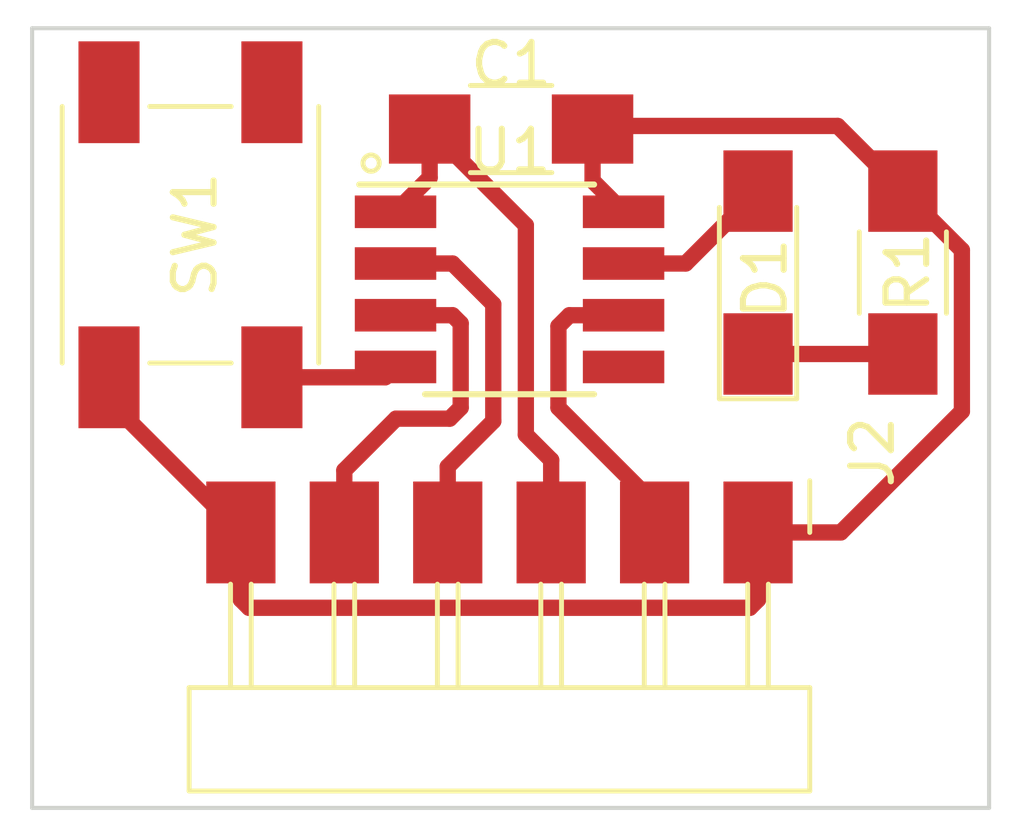
<source format=kicad_pcb>
(kicad_pcb (version 20221018) (generator pcbnew)
  (layers (0 "F.Cu" signal) (31 "B.Cu" signal) (34 "B.Paste" user) (35 "F.Paste" user) (36 "B.SilkS" user "B.Silkscreen") (37 "F.SilkS" user "F.Silkscreen") (38 "B.Mask" user) (39 "F.Mask" user) (44 "Edge.Cuts" user))
  (net 0 "")
  (net 1 "/VCC")
  (net 2 "/GND")
  (net 3 "/LED")
  (net 4 "Net-(D1-K)")
  (net 5 "/UPDI")
  (net 6 "/TX")
  (net 7 "/RX")
  (net 8 "/BTN")
  (footprint "fab:Button_Omron_B3SN_6.0x6.0mm" (layer "F.Cu") (at 139.602 92.69 90)
    (fp_text reference "SW1" (at 0 0.112 90) (layer "F.SilkS"))
    (fp_text value "BUTTON_B3SN")
    (fp_line (start -3.15 -3.15) (end 3.15 -3.15) (stroke (width 0.12)) (layer "F.SilkS"))
    (fp_line (start -3.15 1) (end -3.15 -1) (stroke (width 0.12)) (layer "F.SilkS"))
    (fp_line (start 3.15 -1) (end 3.15 1) (stroke (width 0.12)) (layer "F.SilkS"))
    (fp_line (start 3.15 3.15) (end -3.15 3.15) (stroke (width 0.12)) (layer "F.SilkS"))
    (pad "1" smd rect (at -3.5 -2 90) (size 2.5 1.5) (layers "F.Cu" "F.Paste" "F.Mask") (net 2 "/GND"))
    (pad "1" smd rect (at 3.5 -2 90) (size 2.5 1.5) (layers "F.Cu" "F.Paste" "F.Mask") (net 2 "/GND"))
    (pad "2" smd rect (at -3.5 2 90) (size 2.5 1.5) (layers "F.Cu" "F.Paste" "F.Mask") (net 8 "/BTN"))
    (pad "2" smd rect (at 3.5 2 90) (size 2.5 1.5) (layers "F.Cu" "F.Paste" "F.Mask") (net 8 "/BTN"))
  )
  (footprint "fab:PinHeader_1x06_P2.54mm_Horizontal_SMD" (layer "F.Cu") (at 153.54 100 -90)
    (fp_text reference "J2" (at -1.016 -2.806 90) (layer "F.SilkS") (effects (justify left)))
    (fp_text value "PinHeader_1x06_P2.54mm")
    (fp_line (start -1.27 -1.27) (end 0 -1.27) (stroke (width 0.12)) (layer "F.SilkS"))
    (fp_line (start 3.81 -1.27) (end 6.35 -1.27) (stroke (width 0.12)) (layer "F.SilkS"))
    (fp_line (start 3.81 -0.254) (end 1.27 -0.254) (stroke (width 0.12)) (layer "F.SilkS"))
    (fp_line (start 3.81 0.254) (end 1.27 0.254) (stroke (width 0.12)) (layer "F.SilkS"))
    (fp_line (start 3.81 2.286) (end 1.27 2.286) (stroke (width 0.12)) (layer "F.SilkS"))
    (fp_line (start 3.81 2.794) (end 1.27 2.794) (stroke (width 0.12)) (layer "F.SilkS"))
    (fp_line (start 3.81 4.826) (end 1.27 4.826) (stroke (width 0.12)) (layer "F.SilkS"))
    (fp_line (start 3.81 5.334) (end 1.27 5.334) (stroke (width 0.12)) (layer "F.SilkS"))
    (fp_line (start 3.81 7.366) (end 1.27 7.366) (stroke (width 0.12)) (layer "F.SilkS"))
    (fp_line (start 3.81 7.874) (end 1.27 7.874) (stroke (width 0.12)) (layer "F.SilkS"))
    (fp_line (start 3.81 9.906) (end 1.27 9.906) (stroke (width 0.12)) (layer "F.SilkS"))
    (fp_line (start 3.81 10.414) (end 1.27 10.414) (stroke (width 0.12)) (layer "F.SilkS"))
    (fp_line (start 3.81 12.446) (end 1.27 12.446) (stroke (width 0.12)) (layer "F.SilkS"))
    (fp_line (start 3.81 12.954) (end 1.27 12.954) (stroke (width 0.12)) (layer "F.SilkS"))
    (fp_line (start 3.81 13.97) (end 3.81 -1.27) (stroke (width 0.12)) (layer "F.SilkS"))
    (fp_line (start 6.35 -1.27) (end 6.35 13.97) (stroke (width 0.12)) (layer "F.SilkS"))
    (fp_line (start 6.35 13.97) (end 3.81 13.97) (stroke (width 0.12)) (layer "F.SilkS"))
    (pad "1" smd rect (at 0 0 270) (size 2.5 1.7) (layers "F.Cu" "F.Paste" "F.Mask") (net 2 "/GND"))
    (pad "2" smd rect (at 0 2.54 270) (size 2.5 1.7) (layers "F.Cu" "F.Paste" "F.Mask") (net 5 "/UPDI"))
    (pad "3" smd rect (at 0 5.08 270) (size 2.5 1.7) (layers "F.Cu" "F.Paste" "F.Mask") (net 1 "/VCC"))
    (pad "4" smd rect (at 0 7.62 270) (size 2.5 1.7) (layers "F.Cu" "F.Paste" "F.Mask") (net 6 "/TX"))
    (pad "5" smd rect (at 0 10.16 270) (size 2.5 1.7) (layers "F.Cu" "F.Paste" "F.Mask") (net 7 "/RX"))
    (pad "6" smd rect (at 0 12.7 270) (size 2.5 1.7) (layers "F.Cu" "F.Paste" "F.Mask") (net 2 "/GND"))
  )
  (footprint "fab:C_1206" (layer "F.Cu") (at 147.476 90.094)
    (fp_text reference "C1" (at 0 -1.594) (layer "F.SilkS"))
    (fp_text value "C")
    (fp_line (start -1 -1.07) (end 1 -1.07) (stroke (width 0.12)) (layer "F.SilkS"))
    (fp_line (start 1 1.07) (end -1 1.07) (stroke (width 0.12)) (layer "F.SilkS"))
    (pad "1" smd rect (at -2 0) (size 2 1.7) (layers "F.Cu" "F.Paste" "F.Mask") (net 1 "/VCC"))
    (pad "2" smd rect (at 2 0) (size 2 1.7) (layers "F.Cu" "F.Paste" "F.Mask") (net 2 "/GND"))
  )
  (footprint "fab:SOIC-8_3.9x4.9mm_P1.27mm" (layer "F.Cu") (at 147.438 94.031)
    (fp_text reference "U1" (at 0 -3.4) (layer "F.SilkS"))
    (fp_text value "Microcontroller_ATtiny412_SSFR")
    (fp_line (start -3.69 -2.575) (end 2.075 -2.575) (stroke (width 0.15)) (layer "F.SilkS"))
    (fp_line (start -2.075 2.575) (end 2.075 2.575) (stroke (width 0.15)) (layer "F.SilkS"))
    (fp_circle (center -3.4 -3.1) (end -3.2 -3.1) (stroke (width 0.12)) (fill none) (layer "F.SilkS"))
    (pad "1" smd rect (at -2.8 -1.905) (size 2 0.8) (layers "F.Cu" "F.Paste" "F.Mask") (net 1 "/VCC"))
    (pad "2" smd rect (at -2.8 -0.635) (size 2 0.8) (layers "F.Cu" "F.Paste" "F.Mask") (net 6 "/TX"))
    (pad "3" smd rect (at -2.8 0.635) (size 2 0.8) (layers "F.Cu" "F.Paste" "F.Mask") (net 7 "/RX"))
    (pad "4" smd rect (at -2.8 1.905) (size 2 0.8) (layers "F.Cu" "F.Paste" "F.Mask") (net 8 "/BTN"))
    (pad "5" smd rect (at 2.8 1.905) (size 2 0.8) (layers "F.Cu" "F.Paste" "F.Mask"))
    (pad "6" smd rect (at 2.8 0.635) (size 2 0.8) (layers "F.Cu" "F.Paste" "F.Mask") (net 5 "/UPDI"))
    (pad "7" smd rect (at 2.8 -0.635) (size 2 0.8) (layers "F.Cu" "F.Paste" "F.Mask") (net 3 "/LED"))
    (pad "8" smd rect (at 2.8 -1.905) (size 2 0.8) (layers "F.Cu" "F.Paste" "F.Mask") (net 2 "/GND"))
  )
  (footprint "fab:LED_1206" (layer "F.Cu") (at 153.54 93.618 90)
    (fp_text reference "D1" (at -0.146 0.174 90) (layer "F.SilkS"))
    (fp_text value "LED")
    (fp_line (start -3.1 -0.95) (end -3.1 0.95) (stroke (width 0.12)) (layer "F.SilkS"))
    (fp_line (start -3.1 -0.95) (end 1.6 -0.95) (stroke (width 0.12)) (layer "F.SilkS"))
    (fp_line (start -3.1 0.95) (end 1.6 0.95) (stroke (width 0.12)) (layer "F.SilkS"))
    (pad "1" smd rect (at -2 0 90) (size 2 1.7) (layers "F.Cu" "F.Paste" "F.Mask") (net 4 "Net-(D1-K)"))
    (pad "2" smd rect (at 2 0 90) (size 2 1.7) (layers "F.Cu" "F.Paste" "F.Mask") (net 3 "/LED"))
  )
  (footprint "fab:R_1206" (layer "F.Cu") (at 157.096 93.618 -90)
    (fp_text reference "R1" (at 0 -0.118 90) (layer "F.SilkS"))
    (fp_text value "R")
    (fp_line (start -1 -1.07) (end 1 -1.07) (stroke (width 0.12)) (layer "F.SilkS"))
    (fp_line (start 1 1.07) (end -1 1.07) (stroke (width 0.12)) (layer "F.SilkS"))
    (pad "1" smd rect (at -2 0 270) (size 2 1.7) (layers "F.Cu" "F.Paste" "F.Mask") (net 2 "/GND"))
    (pad "2" smd rect (at 2 0 270) (size 2 1.7) (layers "F.Cu" "F.Paste" "F.Mask") (net 4 "Net-(D1-K)"))
  )
  (gr_line (start 135.714 87.618) (end 159.214 87.618) (stroke (width 0.1)) (layer "Edge.Cuts"))
  (gr_line (start 159.214 106.764) (end 135.714 106.764) (stroke (width 0.1)) (layer "Edge.Cuts"))
  (gr_line (start 135.714 106.764) (end 135.714 87.618) (stroke (width 0.1)) (layer "Edge.Cuts"))
  (gr_line (start 159.214 87.618) (end 159.214 106.764) (stroke (width 0.1)) (layer "Edge.Cuts"))
  (segment (start 145.476 90.094) (end 145.476 91.288) (width 0.4) (layer "F.Cu") (net 1))
  (segment (start 145.476 91.288) (end 144.638 92.126) (width 0.4) (layer "F.Cu") (net 1))
  (segment (start 145.476 90.094) (end 147.838 92.456) (width 0.4) (layer "F.Cu") (net 1))
  (segment (start 147.838 97.6) (end 148.46 98.222) (width 0.4) (layer "F.Cu") (net 1))
  (segment (start 148.46 100) (end 148.46 98.222) (width 0.4) (layer "F.Cu") (net 1))
  (segment (start 147.838 92.456) (end 147.838 97.6) (width 0.4) (layer "F.Cu") (net 1))
  (segment (start 155.496 90.018) (end 149.552 90.018) (width 0.4) (layer "F.Cu") (net 2))
  (segment (start 158.546 93.068) (end 158.546 97.026) (width 0.4) (layer "F.Cu") (net 2))
  (segment (start 153.54 101.65) (end 153.34 101.85) (width 0.4) (layer "F.Cu") (net 2))
  (segment (start 149.552 90.018) (end 149.476 90.094) (width 0.4) (layer "F.Cu") (net 2))
  (segment (start 153.54 100) (end 153.54 101.65) (width 0.4) (layer "F.Cu") (net 2))
  (segment (start 141.04 101.85) (end 140.84 101.65) (width 0.4) (layer "F.Cu") (net 2))
  (segment (start 153.34 101.85) (end 141.04 101.85) (width 0.4) (layer "F.Cu") (net 2))
  (segment (start 140.84 100) (end 137.602 96.762) (width 0.4) (layer "F.Cu") (net 2))
  (segment (start 137.602 96.762) (end 137.602 96.19) (width 0.4) (layer "F.Cu") (net 2))
  (segment (start 149.476 90.094) (end 149.476 91.364) (width 0.4) (layer "F.Cu") (net 2))
  (segment (start 149.476 91.364) (end 150.238 92.126) (width 0.4) (layer "F.Cu") (net 2))
  (segment (start 157.096 91.618) (end 155.496 90.018) (width 0.4) (layer "F.Cu") (net 2))
  (segment (start 157.096 91.618) (end 158.546 93.068) (width 0.4) (layer "F.Cu") (net 2))
  (segment (start 140.84 101.65) (end 140.84 100) (width 0.4) (layer "F.Cu") (net 2))
  (segment (start 155.572 100) (end 153.54 100) (width 0.4) (layer "F.Cu") (net 2))
  (segment (start 158.546 97.026) (end 155.572 100) (width 0.4) (layer "F.Cu") (net 2))
  (segment (start 150.238 93.396) (end 151.762 93.396) (width 0.4) (layer "F.Cu") (net 3))
  (segment (start 151.762 93.396) (end 153.54 91.618) (width 0.4) (layer "F.Cu") (net 3))
  (segment (start 157.096 95.618) (end 153.54 95.618) (width 0.4) (layer "F.Cu") (net 4))
  (segment (start 148.638 94.936) (end 148.908 94.666) (width 0.4) (layer "F.Cu") (net 5))
  (segment (start 148.638 96.936) (end 148.638 94.936) (width 0.4) (layer "F.Cu") (net 5))
  (segment (start 148.908 94.666) (end 150.238 94.666) (width 0.4) (layer "F.Cu") (net 5))
  (segment (start 151 100) (end 151 99.298) (width 0.4) (layer "F.Cu") (net 5))
  (segment (start 151 99.298) (end 148.638 96.936) (width 0.4) (layer "F.Cu") (net 5))
  (segment (start 145.92 98.38537) (end 147.038 97.267371) (width 0.4) (layer "F.Cu") (net 6))
  (segment (start 146.038 93.396) (end 144.638 93.396) (width 0.4) (layer "F.Cu") (net 6))
  (segment (start 147.038 94.396) (end 146.038 93.396) (width 0.4) (layer "F.Cu") (net 6))
  (segment (start 147.038 97.267371) (end 147.038 94.396) (width 0.4) (layer "F.Cu") (net 6))
  (segment (start 145.92 100) (end 145.92 98.38537) (width 0.4) (layer "F.Cu") (net 6))
  (segment (start 143.38 98.476) (end 143.38 100) (width 0.4) (layer "F.Cu") (net 7))
  (segment (start 146.238 96.936) (end 145.968 97.206) (width 0.4) (layer "F.Cu") (net 7))
  (segment (start 144.638 94.666) (end 146.038 94.666) (width 0.4) (layer "F.Cu") (net 7))
  (segment (start 144.65 97.206) (end 143.38 98.476) (width 0.4) (layer "F.Cu") (net 7))
  (segment (start 146.038 94.666) (end 146.238 94.866) (width 0.4) (layer "F.Cu") (net 7))
  (segment (start 145.968 97.206) (end 144.65 97.206) (width 0.4) (layer "F.Cu") (net 7))
  (segment (start 146.238 94.866) (end 146.238 96.936) (width 0.4) (layer "F.Cu") (net 7))
  (segment (start 141.602 96.19) (end 144.384 96.19) (width 0.4) (layer "F.Cu") (net 8))
  (segment (start 144.384 96.19) (end 144.638 95.936) (width 0.4) (layer "F.Cu") (net 8))
)
</source>
